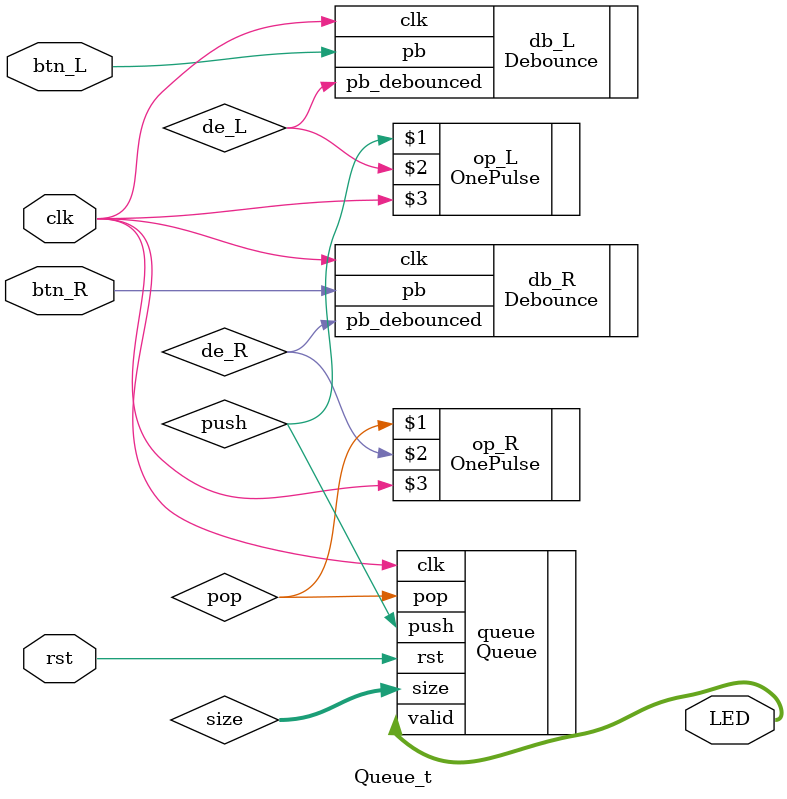
<source format=v>
`define MAXSIZE 16
module Queue_t( clk, rst, btn_L, btn_R, LED);
input clk, rst, btn_L, btn_R;
output [15:0] LED;
wire [4:0] size;
wire push, pop, de_L, de_R;

Debounce db_L( .pb_debounced(de_L), .pb(btn_L), .clk(clk));
Debounce db_R( .pb_debounced(de_R), .pb(btn_R), .clk(clk));
OnePulse op_L( push, de_L, clk);
OnePulse op_R( pop, de_R, clk);
Queue queue( .clk(clk), .rst(rst), .push(push), .pop(pop), .size(size), .valid(LED) );

endmodule

</source>
